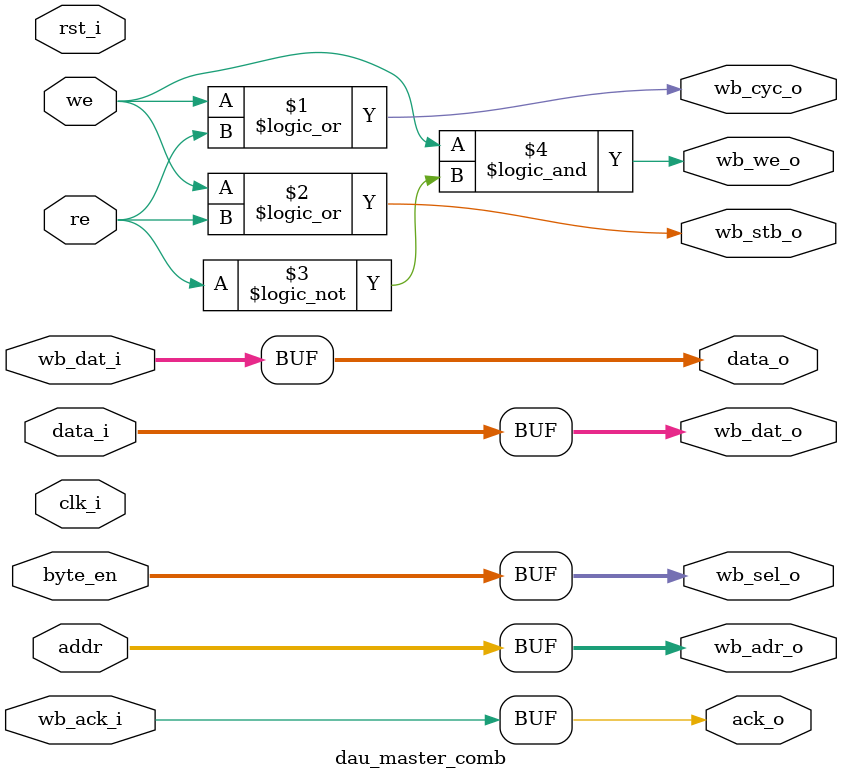
<source format=sv>
module dau_master_comb #(
    parameter ADDR_WIDTH = 32,
    parameter DATA_WIDTH = 32,
    parameter BASE_START = 32'h8000_0000,
    parameter  EXT_START = 32'h8040_0000,
    parameter UART_START = 32'h1000_0000,
    
    parameter UART_STATUS_ADDR = 32'h1000_0005,
    parameter UART_DATA_ADDR   = 32'h1000_0000,
    parameter UART_STATUS_SEL = 4'b0010,
    parameter UART_DATA_SEL   = 4'b0001
) (
    input wire clk_i,
    input wire rst_i,
    
    // Interface to control unit
    input wire we,
    input wire re,
    input wire [31:0] addr,
    input wire [3:0] byte_en,
    input wire [31:0] data_i,
    output wire [31:0] data_o,
    output wire ack_o,

    // wishbone master
    output wire wb_cyc_o,
    output wire wb_stb_o,
    input wire wb_ack_i,
    output wire [ADDR_WIDTH-1:0] wb_adr_o,
    output wire [DATA_WIDTH-1:0] wb_dat_o,
    input wire [DATA_WIDTH-1:0] wb_dat_i,
    output wire [DATA_WIDTH/8-1:0] wb_sel_o,
    output wire wb_we_o
);
    assign data_o = wb_dat_i;
    assign ack_o = wb_ack_i;

    assign wb_cyc_o = we || re;
    assign wb_stb_o = we || re;
    assign wb_adr_o = addr;
    assign wb_dat_o = data_i;
    assign wb_sel_o = byte_en;
    assign wb_we_o = we && (!re);
endmodule
</source>
